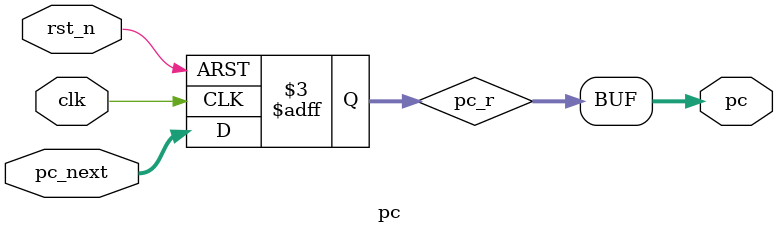
<source format=v>
module pc #(
    // 重置后程序指针位置
    parameter RST_PC_ADDRESS = 32'h0
)(
    input         clk
    ,input         rst_n
    ,input  [31:0] pc_next
    ,output [31:0] pc
);

    // ========= PC 寄存器 =========
    reg [31:0] pc_r;

    // 异步低电平复位 + 时钟推进
    always @(posedge clk or negedge rst_n) begin
        if (!rst_n) begin
            pc_r <= RST_PC_ADDRESS;
        end else begin
            pc_r <= pc_next;
        end
    end

    assign pc      = pc_r;

endmodule

</source>
